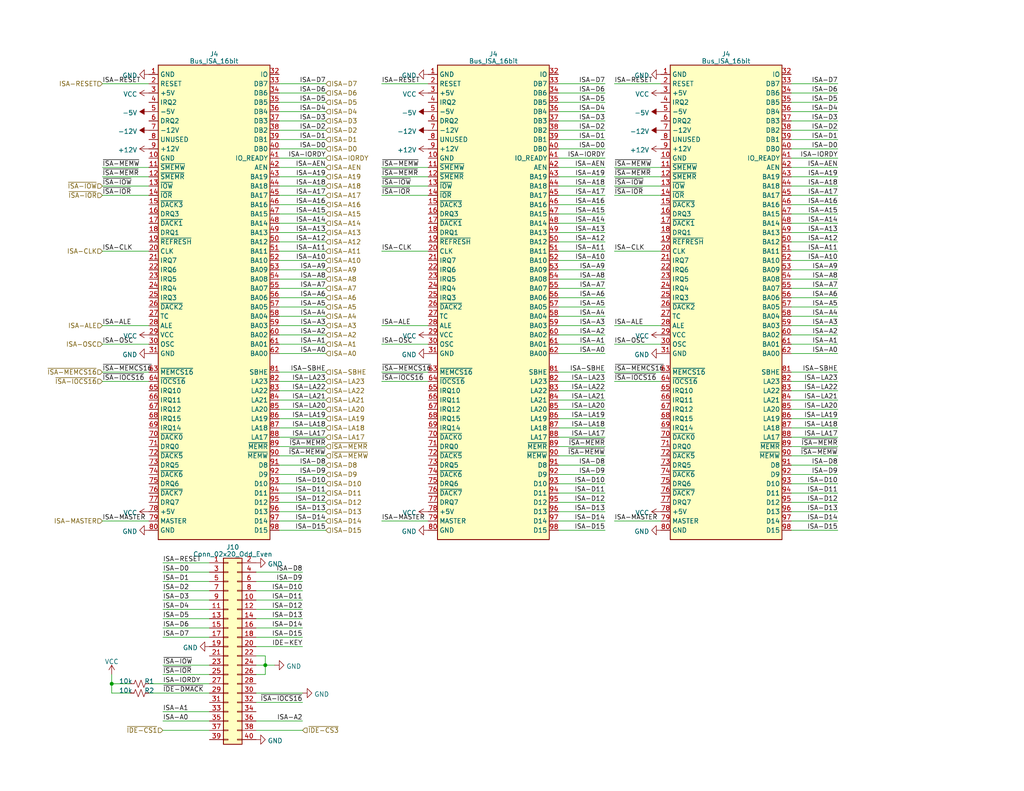
<source format=kicad_sch>
(kicad_sch (version 20230121) (generator eeschema)
  (paper "USLetter")
  (title_block (title "Wrap030 ITX") (date "2023-03-15") (rev "0") (company "techav"))
  (lib_symbols
    (symbol "Connector:Bus_ISA_16bit"
      (property "Reference" "J" (at 0 67.945 0))
      (property "Value" "Bus_ISA_16bit" (at 0 -65.405 0))
      (symbol "Bus_ISA_16bit_0_1"
        (rectangle (start -15.24 -63.5) (end 15.24 66.04) (stroke (width 0.254)) (fill (type background)))
      )
      (symbol "Bus_ISA_16bit_1_1"
        (pin power_in line (at -17.78 63.5 0) (length 2.54) (name "GND") (number "1"))
        (pin power_in line (at -17.78 40.64 0) (length 2.54) (name "GND") (number "10"))
        (pin output line (at -17.78 38.1 0) (length 2.54) (name "~{SMEMW}") (number "11"))
        (pin output line (at -17.78 35.56 0) (length 2.54) (name "~{SMEMR}") (number "12"))
        (pin output line (at -17.78 33.02 0) (length 2.54) (name "~{IOW}") (number "13"))
        (pin output line (at -17.78 30.48 0) (length 2.54) (name "~{IOR}") (number "14"))
        (pin passive line (at -17.78 27.94 0) (length 2.54) (name "~{DACK3}") (number "15"))
        (pin passive line (at -17.78 25.4 0) (length 2.54) (name "DRQ3") (number "16"))
        (pin passive line (at -17.78 22.86 0) (length 2.54) (name "~{DACK1}") (number "17"))
        (pin passive line (at -17.78 20.32 0) (length 2.54) (name "DRQ1") (number "18"))
        (pin passive line (at -17.78 17.78 0) (length 2.54) (name "~{REFRESH}") (number "19"))
        (pin output line (at -17.78 60.96 0) (length 2.54) (name "RESET") (number "2"))
        (pin output line (at -17.78 15.24 0) (length 2.54) (name "CLK") (number "20"))
        (pin passive line (at -17.78 12.7 0) (length 2.54) (name "IRQ7") (number "21"))
        (pin passive line (at -17.78 10.16 0) (length 2.54) (name "IRQ6") (number "22"))
        (pin passive line (at -17.78 7.62 0) (length 2.54) (name "IRQ5") (number "23"))
        (pin passive line (at -17.78 5.08 0) (length 2.54) (name "IRQ4") (number "24"))
        (pin passive line (at -17.78 2.54 0) (length 2.54) (name "IRQ3") (number "25"))
        (pin passive line (at -17.78 0 0) (length 2.54) (name "~{DACK2}") (number "26"))
        (pin passive line (at -17.78 -2.54 0) (length 2.54) (name "TC") (number "27"))
        (pin output line (at -17.78 -5.08 0) (length 2.54) (name "ALE") (number "28"))
        (pin power_in line (at -17.78 -7.62 0) (length 2.54) (name "VCC") (number "29"))
        (pin power_in line (at -17.78 58.42 0) (length 2.54) (name "+5V") (number "3"))
        (pin output line (at -17.78 -10.16 0) (length 2.54) (name "OSC") (number "30"))
        (pin power_in line (at -17.78 -12.7 0) (length 2.54) (name "GND") (number "31"))
        (pin passive line (at 17.78 63.5 180) (length 2.54) (name "IO") (number "32"))
        (pin tri_state line (at 17.78 60.96 180) (length 2.54) (name "DB7") (number "33"))
        (pin tri_state line (at 17.78 58.42 180) (length 2.54) (name "DB6") (number "34"))
        (pin tri_state line (at 17.78 55.88 180) (length 2.54) (name "DB5") (number "35"))
        (pin tri_state line (at 17.78 53.34 180) (length 2.54) (name "DB4") (number "36"))
        (pin tri_state line (at 17.78 50.8 180) (length 2.54) (name "DB3") (number "37"))
        (pin tri_state line (at 17.78 48.26 180) (length 2.54) (name "DB2") (number "38"))
        (pin tri_state line (at 17.78 45.72 180) (length 2.54) (name "DB1") (number "39"))
        (pin passive line (at -17.78 55.88 0) (length 2.54) (name "IRQ2") (number "4"))
        (pin tri_state line (at 17.78 43.18 180) (length 2.54) (name "DB0") (number "40"))
        (pin passive line (at 17.78 40.64 180) (length 2.54) (name "IO_READY") (number "41"))
        (pin output line (at 17.78 38.1 180) (length 2.54) (name "AEN") (number "42"))
        (pin tri_state line (at 17.78 35.56 180) (length 2.54) (name "BA19") (number "43"))
        (pin tri_state line (at 17.78 33.02 180) (length 2.54) (name "BA18") (number "44"))
        (pin tri_state line (at 17.78 30.48 180) (length 2.54) (name "BA17") (number "45"))
        (pin tri_state line (at 17.78 27.94 180) (length 2.54) (name "BA16") (number "46"))
        (pin tri_state line (at 17.78 25.4 180) (length 2.54) (name "BA15") (number "47"))
        (pin tri_state line (at 17.78 22.86 180) (length 2.54) (name "BA14") (number "48"))
        (pin tri_state line (at 17.78 20.32 180) (length 2.54) (name "BA13") (number "49"))
        (pin power_in line (at -17.78 53.34 0) (length 2.54) (name "-5V") (number "5"))
        (pin tri_state line (at 17.78 17.78 180) (length 2.54) (name "BA12") (number "50"))
        (pin tri_state line (at 17.78 15.24 180) (length 2.54) (name "BA11") (number "51"))
        (pin tri_state line (at 17.78 12.7 180) (length 2.54) (name "BA10") (number "52"))
        (pin tri_state line (at 17.78 10.16 180) (length 2.54) (name "BA09") (number "53"))
        (pin tri_state line (at 17.78 7.62 180) (length 2.54) (name "BA08") (number "54"))
        (pin tri_state line (at 17.78 5.08 180) (length 2.54) (name "BA07") (number "55"))
        (pin tri_state line (at 17.78 2.54 180) (length 2.54) (name "BA06") (number "56"))
        (pin tri_state line (at 17.78 0 180) (length 2.54) (name "BA05") (number "57"))
        (pin tri_state line (at 17.78 -2.54 180) (length 2.54) (name "BA04") (number "58"))
        (pin tri_state line (at 17.78 -5.08 180) (length 2.54) (name "BA03") (number "59"))
        (pin passive line (at -17.78 50.8 0) (length 2.54) (name "DRQ2") (number "6"))
        (pin tri_state line (at 17.78 -7.62 180) (length 2.54) (name "BA02") (number "60"))
        (pin tri_state line (at 17.78 -10.16 180) (length 2.54) (name "BA01") (number "61"))
        (pin tri_state line (at 17.78 -12.7 180) (length 2.54) (name "BA00") (number "62"))
        (pin passive line (at -17.78 -17.78 0) (length 2.54) (name "~{MEMCS16}") (number "63"))
        (pin passive line (at -17.78 -20.32 0) (length 2.54) (name "~{IOCS16}") (number "64"))
        (pin passive line (at -17.78 -22.86 0) (length 2.54) (name "IRQ10") (number "65"))
        (pin passive line (at -17.78 -25.4 0) (length 2.54) (name "IRQ11") (number "66"))
        (pin passive line (at -17.78 -27.94 0) (length 2.54) (name "IRQ12") (number "67"))
        (pin passive line (at -17.78 -30.48 0) (length 2.54) (name "IRQ15") (number "68"))
        (pin passive line (at -17.78 -33.02 0) (length 2.54) (name "IRQ14") (number "69"))
        (pin power_in line (at -17.78 48.26 0) (length 2.54) (name "-12V") (number "7"))
        (pin output line (at -17.78 -35.56 0) (length 2.54) (name "~{DACK0}") (number "70"))
        (pin passive line (at -17.78 -38.1 0) (length 2.54) (name "DRQ0") (number "71"))
        (pin output line (at -17.78 -40.64 0) (length 2.54) (name "~{DACK5}") (number "72"))
        (pin passive line (at -17.78 -43.18 0) (length 2.54) (name "DRQ5") (number "73"))
        (pin output line (at -17.78 -45.72 0) (length 2.54) (name "~{DACK6}") (number "74"))
        (pin passive line (at -17.78 -48.26 0) (length 2.54) (name "DRQ6") (number "75"))
        (pin output line (at -17.78 -50.8 0) (length 2.54) (name "~{DACK7}") (number "76"))
        (pin passive line (at -17.78 -53.34 0) (length 2.54) (name "DRQ7") (number "77"))
        (pin power_in line (at -17.78 -55.88 0) (length 2.54) (name "+5V") (number "78"))
        (pin passive line (at -17.78 -58.42 0) (length 2.54) (name "MASTER") (number "79"))
        (pin passive line (at -17.78 45.72 0) (length 2.54) (name "UNUSED") (number "8"))
        (pin power_in line (at -17.78 -60.96 0) (length 2.54) (name "GND") (number "80"))
        (pin passive line (at 17.78 -17.78 180) (length 2.54) (name "SBHE") (number "81"))
        (pin passive line (at 17.78 -20.32 180) (length 2.54) (name "LA23") (number "82"))
        (pin passive line (at 17.78 -22.86 180) (length 2.54) (name "LA22") (number "83"))
        (pin passive line (at 17.78 -25.4 180) (length 2.54) (name "LA21") (number "84"))
        (pin passive line (at 17.78 -27.94 180) (length 2.54) (name "LA20") (number "85"))
        (pin passive line (at 17.78 -30.48 180) (length 2.54) (name "LA19") (number "86"))
        (pin passive line (at 17.78 -33.02 180) (length 2.54) (name "LA18") (number "87"))
        (pin passive line (at 17.78 -35.56 180) (length 2.54) (name "LA17") (number "88"))
        (pin output line (at 17.78 -38.1 180) (length 2.54) (name "~{MEMR}") (number "89"))
        (pin power_in line (at -17.78 43.18 0) (length 2.54) (name "+12V") (number "9"))
        (pin output line (at 17.78 -40.64 180) (length 2.54) (name "~{MEMW}") (number "90"))
        (pin tri_state line (at 17.78 -43.18 180) (length 2.54) (name "D8") (number "91"))
        (pin tri_state line (at 17.78 -45.72 180) (length 2.54) (name "D9") (number "92"))
        (pin tri_state line (at 17.78 -48.26 180) (length 2.54) (name "D10") (number "93"))
        (pin tri_state line (at 17.78 -50.8 180) (length 2.54) (name "D11") (number "94"))
        (pin tri_state line (at 17.78 -53.34 180) (length 2.54) (name "D12") (number "95"))
        (pin tri_state line (at 17.78 -55.88 180) (length 2.54) (name "D13") (number "96"))
        (pin tri_state line (at 17.78 -58.42 180) (length 2.54) (name "D14") (number "97"))
        (pin tri_state line (at 17.78 -60.96 180) (length 2.54) (name "D15") (number "98"))
      )
    )
    (symbol "Connector_Generic:Conn_02x20_Odd_Even" (pin_names (offset 1.016) hide)
      (property "Reference" "J" (at 1.27 25.4 0))
      (property "Value" "Conn_02x20_Odd_Even" (at 1.27 -27.94 0))
      (symbol "Conn_02x20_Odd_Even_1_1"
        (rectangle (start -1.27 -25.273) (end 0 -25.527) (stroke (width 0.1524)))
        (rectangle (start -1.27 -22.733) (end 0 -22.987) (stroke (width 0.1524)))
        (rectangle (start -1.27 -20.193) (end 0 -20.447) (stroke (width 0.1524)))
        (rectangle (start -1.27 -17.653) (end 0 -17.907) (stroke (width 0.1524)))
        (rectangle (start -1.27 -15.113) (end 0 -15.367) (stroke (width 0.1524)))
        (rectangle (start -1.27 -12.573) (end 0 -12.827) (stroke (width 0.1524)))
        (rectangle (start -1.27 -10.033) (end 0 -10.287) (stroke (width 0.1524)))
        (rectangle (start -1.27 -7.493) (end 0 -7.747) (stroke (width 0.1524)))
        (rectangle (start -1.27 -4.953) (end 0 -5.207) (stroke (width 0.1524)))
        (rectangle (start -1.27 -2.413) (end 0 -2.667) (stroke (width 0.1524)))
        (rectangle (start -1.27 0.127) (end 0 -0.127) (stroke (width 0.1524)))
        (rectangle (start -1.27 2.667) (end 0 2.413) (stroke (width 0.1524)))
        (rectangle (start -1.27 5.207) (end 0 4.953) (stroke (width 0.1524)))
        (rectangle (start -1.27 7.747) (end 0 7.493) (stroke (width 0.1524)))
        (rectangle (start -1.27 10.287) (end 0 10.033) (stroke (width 0.1524)))
        (rectangle (start -1.27 12.827) (end 0 12.573) (stroke (width 0.1524)))
        (rectangle (start -1.27 15.367) (end 0 15.113) (stroke (width 0.1524)))
        (rectangle (start -1.27 17.907) (end 0 17.653) (stroke (width 0.1524)))
        (rectangle (start -1.27 20.447) (end 0 20.193) (stroke (width 0.1524)))
        (rectangle (start -1.27 22.987) (end 0 22.733) (stroke (width 0.1524)))
        (rectangle (start -1.27 24.13) (end 3.81 -26.67) (stroke (width 0.254)) (fill (type background)))
        (rectangle (start 3.81 -25.273) (end 2.54 -25.527) (stroke (width 0.1524)))
        (rectangle (start 3.81 -22.733) (end 2.54 -22.987) (stroke (width 0.1524)))
        (rectangle (start 3.81 -20.193) (end 2.54 -20.447) (stroke (width 0.1524)))
        (rectangle (start 3.81 -17.653) (end 2.54 -17.907) (stroke (width 0.1524)))
        (rectangle (start 3.81 -15.113) (end 2.54 -15.367) (stroke (width 0.1524)))
        (rectangle (start 3.81 -12.573) (end 2.54 -12.827) (stroke (width 0.1524)))
        (rectangle (start 3.81 -10.033) (end 2.54 -10.287) (stroke (width 0.1524)))
        (rectangle (start 3.81 -7.493) (end 2.54 -7.747) (stroke (width 0.1524)))
        (rectangle (start 3.81 -4.953) (end 2.54 -5.207) (stroke (width 0.1524)))
        (rectangle (start 3.81 -2.413) (end 2.54 -2.667) (stroke (width 0.1524)))
        (rectangle (start 3.81 0.127) (end 2.54 -0.127) (stroke (width 0.1524)))
        (rectangle (start 3.81 2.667) (end 2.54 2.413) (stroke (width 0.1524)))
        (rectangle (start 3.81 5.207) (end 2.54 4.953) (stroke (width 0.1524)))
        (rectangle (start 3.81 7.747) (end 2.54 7.493) (stroke (width 0.1524)))
        (rectangle (start 3.81 10.287) (end 2.54 10.033) (stroke (width 0.1524)))
        (rectangle (start 3.81 12.827) (end 2.54 12.573) (stroke (width 0.1524)))
        (rectangle (start 3.81 15.367) (end 2.54 15.113) (stroke (width 0.1524)))
        (rectangle (start 3.81 17.907) (end 2.54 17.653) (stroke (width 0.1524)))
        (rectangle (start 3.81 20.447) (end 2.54 20.193) (stroke (width 0.1524)))
        (rectangle (start 3.81 22.987) (end 2.54 22.733) (stroke (width 0.1524)))
        (pin passive line (at -5.08 22.86 0) (length 3.81) (name "Pin_1") (number "1"))
        (pin passive line (at 7.62 12.7 180) (length 3.81) (name "Pin_10") (number "10"))
        (pin passive line (at -5.08 10.16 0) (length 3.81) (name "Pin_11") (number "11"))
        (pin passive line (at 7.62 10.16 180) (length 3.81) (name "Pin_12") (number "12"))
        (pin passive line (at -5.08 7.62 0) (length 3.81) (name "Pin_13") (number "13"))
        (pin passive line (at 7.62 7.62 180) (length 3.81) (name "Pin_14") (number "14"))
        (pin passive line (at -5.08 5.08 0) (length 3.81) (name "Pin_15") (number "15"))
        (pin passive line (at 7.62 5.08 180) (length 3.81) (name "Pin_16") (number "16"))
        (pin passive line (at -5.08 2.54 0) (length 3.81) (name "Pin_17") (number "17"))
        (pin passive line (at 7.62 2.54 180) (length 3.81) (name "Pin_18") (number "18"))
        (pin passive line (at -5.08 0 0) (length 3.81) (name "Pin_19") (number "19"))
        (pin passive line (at 7.62 22.86 180) (length 3.81) (name "Pin_2") (number "2"))
        (pin passive line (at 7.62 0 180) (length 3.81) (name "Pin_20") (number "20"))
        (pin passive line (at -5.08 -2.54 0) (length 3.81) (name "Pin_21") (number "21"))
        (pin passive line (at 7.62 -2.54 180) (length 3.81) (name "Pin_22") (number "22"))
        (pin passive line (at -5.08 -5.08 0) (length 3.81) (name "Pin_23") (number "23"))
        (pin passive line (at 7.62 -5.08 180) (length 3.81) (name "Pin_24") (number "24"))
        (pin passive line (at -5.08 -7.62 0) (length 3.81) (name "Pin_25") (number "25"))
        (pin passive line (at 7.62 -7.62 180) (length 3.81) (name "Pin_26") (number "26"))
        (pin passive line (at -5.08 -10.16 0) (length 3.81) (name "Pin_27") (number "27"))
        (pin passive line (at 7.62 -10.16 180) (length 3.81) (name "Pin_28") (number "28"))
        (pin passive line (at -5.08 -12.7 0) (length 3.81) (name "Pin_29") (number "29"))
        (pin passive line (at -5.08 20.32 0) (length 3.81) (name "Pin_3") (number "3"))
        (pin passive line (at 7.62 -12.7 180) (length 3.81) (name "Pin_30") (number "30"))
        (pin passive line (at -5.08 -15.24 0) (length 3.81) (name "Pin_31") (number "31"))
        (pin passive line (at 7.62 -15.24 180) (length 3.81) (name "Pin_32") (number "32"))
        (pin passive line (at -5.08 -17.78 0) (length 3.81) (name "Pin_33") (number "33"))
        (pin passive line (at 7.62 -17.78 180) (length 3.81) (name "Pin_34") (number "34"))
        (pin passive line (at -5.08 -20.32 0) (length 3.81) (name "Pin_35") (number "35"))
        (pin passive line (at 7.62 -20.32 180) (length 3.81) (name "Pin_36") (number "36"))
        (pin passive line (at -5.08 -22.86 0) (length 3.81) (name "Pin_37") (number "37"))
        (pin passive line (at 7.62 -22.86 180) (length 3.81) (name "Pin_38") (number "38"))
        (pin passive line (at -5.08 -25.4 0) (length 3.81) (name "Pin_39") (number "39"))
        (pin passive line (at 7.62 20.32 180) (length 3.81) (name "Pin_4") (number "4"))
        (pin passive line (at 7.62 -25.4 180) (length 3.81) (name "Pin_40") (number "40"))
        (pin passive line (at -5.08 17.78 0) (length 3.81) (name "Pin_5") (number "5"))
        (pin passive line (at 7.62 17.78 180) (length 3.81) (name "Pin_6") (number "6"))
        (pin passive line (at -5.08 15.24 0) (length 3.81) (name "Pin_7") (number "7"))
        (pin passive line (at 7.62 15.24 180) (length 3.81) (name "Pin_8") (number "8"))
        (pin passive line (at -5.08 12.7 0) (length 3.81) (name "Pin_9") (number "9"))
      )
    )
    (symbol "Device:R_Small_US" (pin_numbers hide) (pin_names (offset 0.254) hide)
      (property "Reference" "R" (at 0.762 0.508 0))
      (property "Value" "R_Small_US" (at 0.762 -1.016 0))
      (symbol "R_Small_US_1_1"
        (polyline (pts (xy 0 0) (xy 1.016 -0.381) (xy 0 -0.762) (xy -1.016 -1.143) (xy 0 -1.524)))
        (polyline (pts (xy 0 1.524) (xy 1.016 1.143) (xy 0 0.762) (xy -1.016 0.381) (xy 0 0)))
        (pin passive line (at 0 2.54 270) (length 1.016) (name "~") (number "1"))
        (pin passive line (at 0 -2.54 90) (length 1.016) (name "~") (number "2"))
      )
    )
    (symbol "power:+12V" (power) (pin_names (offset 0))
      (property "Value" "+12V" (at 0 3.556 0))
      (symbol "+12V_0_1"
        (polyline (pts (xy -0.762 1.27) (xy 0 2.54)))
        (polyline (pts (xy 0 0) (xy 0 2.54)))
        (polyline (pts (xy 0 2.54) (xy 0.762 1.27)))
      )
      (symbol "+12V_1_1"
        (pin power_in line (at 0 0 90) (length 0) hide (name "+12V") (number "1"))
      )
    )
    (symbol "power:-12V" (power) (pin_names (offset 0))
      (property "Value" "-12V" (at 0 3.81 0))
      (symbol "-12V_0_0"
        (pin power_in line (at 0 0 90) (length 0) hide (name "-12V") (number "1"))
      )
      (symbol "-12V_0_1"
        (polyline (pts (xy 0 0) (xy 0 1.27) (xy 0.762 1.27) (xy 0 2.54) (xy -0.762 1.27) (xy 0 1.27)) (fill (type outline)))
      )
    )
    (symbol "power:-5V" (power) (pin_names (offset 0))
      (property "Value" "-5V" (at 0 3.81 0))
      (symbol "-5V_0_0"
        (pin power_in line (at 0 0 90) (length 0) hide (name "-5V") (number "1"))
      )
      (symbol "-5V_0_1"
        (polyline (pts (xy 0 0) (xy 0 1.27) (xy 0.762 1.27) (xy 0 2.54) (xy -0.762 1.27) (xy 0 1.27)) (fill (type outline)))
      )
    )
    (symbol "power:GND" (power) (pin_names (offset 0))
      (property "Value" "GND" (at 0 -3.81 0))
      (symbol "GND_0_1"
        (polyline (pts (xy 0 0) (xy 0 -1.27) (xy 1.27 -1.27) (xy 0 -2.54) (xy -1.27 -1.27) (xy 0 -1.27)))
      )
      (symbol "GND_1_1"
        (pin power_in line (at 0 0 270) (length 0) hide (name "GND") (number "1"))
      )
    )
    (symbol "power:VCC" (power) (pin_names (offset 0))
      (property "Value" "VCC" (at 0 3.81 0))
      (symbol "VCC_0_1"
        (polyline (pts (xy -0.762 1.27) (xy 0 2.54)))
        (polyline (pts (xy 0 0) (xy 0 2.54)))
        (polyline (pts (xy 0 2.54) (xy 0.762 1.27)))
      )
      (symbol "VCC_1_1"
        (pin power_in line (at 0 0 90) (length 0) hide (name "VCC") (number "1"))
      )
    )
  )
  (junction (at 72.39 181.61))
  (junction (at 30.48 186.69))
  (wire (pts (xy 69.85 156.21) (xy 82.55 156.21)))
  (wire (pts (xy 76.2 111.76) (xy 88.9 111.76)))
  (wire (pts (xy 76.2 76.2) (xy 88.9 76.2)))
  (wire (pts (xy 167.64 50.8) (xy 180.34 50.8)))
  (wire (pts (xy 215.9 55.88) (xy 228.6 55.88)))
  (wire (pts (xy 152.4 137.16) (xy 165.1 137.16)))
  (wire (pts (xy 152.4 86.36) (xy 165.1 86.36)))
  (wire (pts (xy 152.4 119.38) (xy 165.1 119.38)))
  (wire (pts (xy 76.2 45.72) (xy 88.9 45.72)))
  (wire (pts (xy 57.15 196.85) (xy 44.45 196.85)))
  (wire (pts (xy 76.2 116.84) (xy 88.9 116.84)))
  (wire (pts (xy 27.94 93.98) (xy 40.64 93.98)))
  (wire (pts (xy 152.4 53.34) (xy 165.1 53.34)))
  (wire (pts (xy 215.9 104.14) (xy 228.6 104.14)))
  (wire (pts (xy 76.2 114.3) (xy 88.9 114.3)))
  (wire (pts (xy 152.4 22.86) (xy 165.1 22.86)))
  (wire (pts (xy 167.64 104.14) (xy 180.34 104.14)))
  (wire (pts (xy 215.9 121.92) (xy 228.6 121.92)))
  (wire (pts (xy 76.2 106.68) (xy 88.9 106.68)))
  (wire (pts (xy 167.64 48.26) (xy 180.34 48.26)))
  (wire (pts (xy 27.94 104.14) (xy 40.64 104.14)))
  (wire (pts (xy 152.4 68.58) (xy 165.1 68.58)))
  (wire (pts (xy 215.9 60.96) (xy 228.6 60.96)))
  (wire (pts (xy 215.9 27.94) (xy 228.6 27.94)))
  (wire (pts (xy 76.2 50.8) (xy 88.9 50.8)))
  (wire (pts (xy 167.64 88.9) (xy 180.34 88.9)))
  (wire (pts (xy 215.9 144.78) (xy 228.6 144.78)))
  (wire (pts (xy 215.9 73.66) (xy 228.6 73.66)))
  (wire (pts (xy 152.4 58.42) (xy 165.1 58.42)))
  (wire (pts (xy 215.9 114.3) (xy 228.6 114.3)))
  (wire (pts (xy 152.4 48.26) (xy 165.1 48.26)))
  (wire (pts (xy 215.9 68.58) (xy 228.6 68.58)))
  (wire (pts (xy 167.64 45.72) (xy 180.34 45.72)))
  (wire (pts (xy 76.2 66.04) (xy 88.9 66.04)))
  (wire (pts (xy 152.4 71.12) (xy 165.1 71.12)))
  (wire (pts (xy 44.45 153.67) (xy 57.15 153.67)))
  (wire (pts (xy 152.4 109.22) (xy 165.1 109.22)))
  (wire (pts (xy 104.14 48.26) (xy 116.84 48.26)))
  (wire (pts (xy 152.4 144.78) (xy 165.1 144.78)))
  (wire (pts (xy 57.15 171.45) (xy 44.45 171.45)))
  (wire (pts (xy 27.94 142.24) (xy 40.64 142.24)))
  (wire (pts (xy 76.2 63.5) (xy 88.9 63.5)))
  (wire (pts (xy 215.9 45.72) (xy 228.6 45.72)))
  (wire (pts (xy 76.2 132.08) (xy 88.9 132.08)))
  (wire (pts (xy 27.94 68.58) (xy 40.64 68.58)))
  (wire (pts (xy 44.45 184.15) (xy 57.15 184.15)))
  (wire (pts (xy 69.85 168.91) (xy 82.55 168.91)))
  (wire (pts (xy 76.2 40.64) (xy 88.9 40.64)))
  (wire (pts (xy 152.4 50.8) (xy 165.1 50.8)))
  (wire (pts (xy 215.9 91.44) (xy 228.6 91.44)))
  (wire (pts (xy 152.4 134.62) (xy 165.1 134.62)))
  (wire (pts (xy 27.94 22.86) (xy 40.64 22.86)))
  (wire (pts (xy 104.14 104.14) (xy 116.84 104.14)))
  (wire (pts (xy 76.2 55.88) (xy 88.9 55.88)))
  (wire (pts (xy 76.2 91.44) (xy 88.9 91.44)))
  (wire (pts (xy 215.9 30.48) (xy 228.6 30.48)))
  (wire (pts (xy 30.48 186.69) (xy 35.56 186.69)))
  (wire (pts (xy 152.4 139.7) (xy 165.1 139.7)))
  (wire (pts (xy 215.9 25.4) (xy 228.6 25.4)))
  (wire (pts (xy 215.9 22.86) (xy 228.6 22.86)))
  (wire (pts (xy 152.4 78.74) (xy 165.1 78.74)))
  (wire (pts (xy 69.85 176.53) (xy 82.55 176.53)))
  (wire (pts (xy 152.4 111.76) (xy 165.1 111.76)))
  (wire (pts (xy 152.4 96.52) (xy 165.1 96.52)))
  (wire (pts (xy 152.4 91.44) (xy 165.1 91.44)))
  (wire (pts (xy 76.2 78.74) (xy 88.9 78.74)))
  (wire (pts (xy 215.9 142.24) (xy 228.6 142.24)))
  (wire (pts (xy 76.2 58.42) (xy 88.9 58.42)))
  (wire (pts (xy 69.85 184.15) (xy 72.39 184.15)))
  (wire (pts (xy 215.9 66.04) (xy 228.6 66.04)))
  (wire (pts (xy 69.85 179.07) (xy 72.39 179.07)))
  (wire (pts (xy 40.64 189.23) (xy 57.15 189.23)))
  (wire (pts (xy 152.4 55.88) (xy 165.1 55.88)))
  (wire (pts (xy 152.4 106.68) (xy 165.1 106.68)))
  (wire (pts (xy 215.9 40.64) (xy 228.6 40.64)))
  (wire (pts (xy 82.55 191.77) (xy 69.85 191.77)))
  (wire (pts (xy 69.85 171.45) (xy 82.55 171.45)))
  (wire (pts (xy 57.15 158.75) (xy 44.45 158.75)))
  (wire (pts (xy 167.64 68.58) (xy 180.34 68.58)))
  (wire (pts (xy 69.85 196.85) (xy 82.55 196.85)))
  (wire (pts (xy 27.94 45.72) (xy 40.64 45.72)))
  (wire (pts (xy 215.9 35.56) (xy 228.6 35.56)))
  (wire (pts (xy 215.9 71.12) (xy 228.6 71.12)))
  (wire (pts (xy 104.14 93.98) (xy 116.84 93.98)))
  (wire (pts (xy 76.2 144.78) (xy 88.9 144.78)))
  (wire (pts (xy 69.85 199.39) (xy 82.55 199.39)))
  (wire (pts (xy 152.4 114.3) (xy 165.1 114.3)))
  (wire (pts (xy 152.4 142.24) (xy 165.1 142.24)))
  (wire (pts (xy 215.9 88.9) (xy 228.6 88.9)))
  (wire (pts (xy 76.2 109.22) (xy 88.9 109.22)))
  (wire (pts (xy 76.2 127) (xy 88.9 127)))
  (wire (pts (xy 215.9 101.6) (xy 228.6 101.6)))
  (wire (pts (xy 27.94 88.9) (xy 40.64 88.9)))
  (wire (pts (xy 215.9 137.16) (xy 228.6 137.16)))
  (wire (pts (xy 76.2 101.6) (xy 88.9 101.6)))
  (wire (pts (xy 69.85 158.75) (xy 82.55 158.75)))
  (wire (pts (xy 152.4 83.82) (xy 165.1 83.82)))
  (wire (pts (xy 152.4 30.48) (xy 165.1 30.48)))
  (wire (pts (xy 215.9 116.84) (xy 228.6 116.84)))
  (wire (pts (xy 152.4 45.72) (xy 165.1 45.72)))
  (wire (pts (xy 76.2 93.98) (xy 88.9 93.98)))
  (wire (pts (xy 152.4 93.98) (xy 165.1 93.98)))
  (wire (pts (xy 76.2 22.86) (xy 88.9 22.86)))
  (wire (pts (xy 27.94 50.8) (xy 40.64 50.8)))
  (wire (pts (xy 30.48 184.15) (xy 30.48 186.69)))
  (wire (pts (xy 57.15 173.99) (xy 44.45 173.99)))
  (wire (pts (xy 152.4 104.14) (xy 165.1 104.14)))
  (wire (pts (xy 215.9 93.98) (xy 228.6 93.98)))
  (wire (pts (xy 104.14 101.6) (xy 116.84 101.6)))
  (wire (pts (xy 76.2 27.94) (xy 88.9 27.94)))
  (wire (pts (xy 76.2 53.34) (xy 88.9 53.34)))
  (wire (pts (xy 215.9 96.52) (xy 228.6 96.52)))
  (wire (pts (xy 215.9 132.08) (xy 228.6 132.08)))
  (wire (pts (xy 76.2 81.28) (xy 88.9 81.28)))
  (wire (pts (xy 152.4 63.5) (xy 165.1 63.5)))
  (wire (pts (xy 215.9 129.54) (xy 228.6 129.54)))
  (wire (pts (xy 104.14 53.34) (xy 116.84 53.34)))
  (wire (pts (xy 76.2 124.46) (xy 88.9 124.46)))
  (wire (pts (xy 27.94 53.34) (xy 40.64 53.34)))
  (wire (pts (xy 76.2 142.24) (xy 88.9 142.24)))
  (wire (pts (xy 152.4 40.64) (xy 165.1 40.64)))
  (wire (pts (xy 215.9 106.68) (xy 228.6 106.68)))
  (wire (pts (xy 30.48 186.69) (xy 30.48 189.23)))
  (wire (pts (xy 215.9 43.18) (xy 228.6 43.18)))
  (wire (pts (xy 76.2 35.56) (xy 88.9 35.56)))
  (wire (pts (xy 215.9 83.82) (xy 228.6 83.82)))
  (wire (pts (xy 152.4 124.46) (xy 165.1 124.46)))
  (wire (pts (xy 40.64 186.69) (xy 57.15 186.69)))
  (wire (pts (xy 76.2 119.38) (xy 88.9 119.38)))
  (wire (pts (xy 152.4 60.96) (xy 165.1 60.96)))
  (wire (pts (xy 152.4 121.92) (xy 165.1 121.92)))
  (wire (pts (xy 152.4 43.18) (xy 165.1 43.18)))
  (wire (pts (xy 167.64 22.86) (xy 180.34 22.86)))
  (wire (pts (xy 152.4 73.66) (xy 165.1 73.66)))
  (wire (pts (xy 76.2 137.16) (xy 88.9 137.16)))
  (wire (pts (xy 152.4 25.4) (xy 165.1 25.4)))
  (wire (pts (xy 27.94 101.6) (xy 40.64 101.6)))
  (wire (pts (xy 104.14 68.58) (xy 116.84 68.58)))
  (wire (pts (xy 76.2 83.82) (xy 88.9 83.82)))
  (wire (pts (xy 76.2 129.54) (xy 88.9 129.54)))
  (wire (pts (xy 215.9 124.46) (xy 228.6 124.46)))
  (wire (pts (xy 44.45 181.61) (xy 57.15 181.61)))
  (wire (pts (xy 76.2 30.48) (xy 88.9 30.48)))
  (wire (pts (xy 76.2 48.26) (xy 88.9 48.26)))
  (wire (pts (xy 215.9 78.74) (xy 228.6 78.74)))
  (wire (pts (xy 76.2 88.9) (xy 88.9 88.9)))
  (wire (pts (xy 215.9 81.28) (xy 228.6 81.28)))
  (wire (pts (xy 27.94 48.26) (xy 40.64 48.26)))
  (wire (pts (xy 152.4 33.02) (xy 165.1 33.02)))
  (wire (pts (xy 69.85 173.99) (xy 82.55 173.99)))
  (wire (pts (xy 167.64 53.34) (xy 180.34 53.34)))
  (wire (pts (xy 57.15 166.37) (xy 44.45 166.37)))
  (wire (pts (xy 72.39 179.07) (xy 72.39 181.61)))
  (wire (pts (xy 44.45 199.39) (xy 57.15 199.39)))
  (wire (pts (xy 215.9 119.38) (xy 228.6 119.38)))
  (wire (pts (xy 152.4 127) (xy 165.1 127)))
  (wire (pts (xy 104.14 142.24) (xy 116.84 142.24)))
  (wire (pts (xy 76.2 139.7) (xy 88.9 139.7)))
  (wire (pts (xy 152.4 38.1) (xy 165.1 38.1)))
  (wire (pts (xy 167.64 93.98) (xy 180.34 93.98)))
  (wire (pts (xy 69.85 166.37) (xy 82.55 166.37)))
  (wire (pts (xy 152.4 35.56) (xy 165.1 35.56)))
  (wire (pts (xy 104.14 22.86) (xy 116.84 22.86)))
  (wire (pts (xy 215.9 50.8) (xy 228.6 50.8)))
  (wire (pts (xy 76.2 43.18) (xy 88.9 43.18)))
  (wire (pts (xy 76.2 71.12) (xy 88.9 71.12)))
  (wire (pts (xy 215.9 58.42) (xy 228.6 58.42)))
  (wire (pts (xy 104.14 50.8) (xy 116.84 50.8)))
  (wire (pts (xy 152.4 129.54) (xy 165.1 129.54)))
  (wire (pts (xy 215.9 139.7) (xy 228.6 139.7)))
  (wire (pts (xy 152.4 101.6) (xy 165.1 101.6)))
  (wire (pts (xy 76.2 60.96) (xy 88.9 60.96)))
  (wire (pts (xy 57.15 194.31) (xy 44.45 194.31)))
  (wire (pts (xy 76.2 68.58) (xy 88.9 68.58)))
  (wire (pts (xy 152.4 27.94) (xy 165.1 27.94)))
  (wire (pts (xy 215.9 33.02) (xy 228.6 33.02)))
  (wire (pts (xy 72.39 184.15) (xy 72.39 181.61)))
  (wire (pts (xy 152.4 66.04) (xy 165.1 66.04)))
  (wire (pts (xy 76.2 121.92) (xy 88.9 121.92)))
  (wire (pts (xy 215.9 127) (xy 228.6 127)))
  (wire (pts (xy 30.48 189.23) (xy 35.56 189.23)))
  (wire (pts (xy 215.9 38.1) (xy 228.6 38.1)))
  (wire (pts (xy 152.4 88.9) (xy 165.1 88.9)))
  (wire (pts (xy 76.2 73.66) (xy 88.9 73.66)))
  (wire (pts (xy 167.64 142.24) (xy 180.34 142.24)))
  (wire (pts (xy 104.14 88.9) (xy 116.84 88.9)))
  (wire (pts (xy 72.39 181.61) (xy 74.93 181.61)))
  (wire (pts (xy 215.9 111.76) (xy 228.6 111.76)))
  (wire (pts (xy 76.2 33.02) (xy 88.9 33.02)))
  (wire (pts (xy 215.9 53.34) (xy 228.6 53.34)))
  (wire (pts (xy 82.55 189.23) (xy 69.85 189.23)))
  (wire (pts (xy 215.9 63.5) (xy 228.6 63.5)))
  (wire (pts (xy 69.85 161.29) (xy 82.55 161.29)))
  (wire (pts (xy 215.9 48.26) (xy 228.6 48.26)))
  (wire (pts (xy 76.2 25.4) (xy 88.9 25.4)))
  (wire (pts (xy 76.2 38.1) (xy 88.9 38.1)))
  (wire (pts (xy 69.85 163.83) (xy 82.55 163.83)))
  (wire (pts (xy 104.14 45.72) (xy 116.84 45.72)))
  (wire (pts (xy 152.4 132.08) (xy 165.1 132.08)))
  (wire (pts (xy 57.15 163.83) (xy 44.45 163.83)))
  (wire (pts (xy 152.4 81.28) (xy 165.1 81.28)))
  (wire (pts (xy 76.2 134.62) (xy 88.9 134.62)))
  (wire (pts (xy 215.9 76.2) (xy 228.6 76.2)))
  (wire (pts (xy 215.9 109.22) (xy 228.6 109.22)))
  (wire (pts (xy 57.15 156.21) (xy 44.45 156.21)))
  (wire (pts (xy 215.9 86.36) (xy 228.6 86.36)))
  (wire (pts (xy 152.4 76.2) (xy 165.1 76.2)))
  (wire (pts (xy 76.2 86.36) (xy 88.9 86.36)))
  (wire (pts (xy 57.15 168.91) (xy 44.45 168.91)))
  (wire (pts (xy 76.2 96.52) (xy 88.9 96.52)))
  (wire (pts (xy 215.9 134.62) (xy 228.6 134.62)))
  (wire (pts (xy 167.64 101.6) (xy 180.34 101.6)))
  (wire (pts (xy 152.4 116.84) (xy 165.1 116.84)))
  (wire (pts (xy 69.85 181.61) (xy 72.39 181.61)))
  (wire (pts (xy 76.2 104.14) (xy 88.9 104.14)))
  (wire (pts (xy 57.15 161.29) (xy 44.45 161.29)))
  (label "IDE-KEY" (at 82.55 176.53 180))
  (label "ISA-LA19" (at 165.1 114.3 180))
  (label "ISA-A17" (at 165.1 53.34 180))
  (label "ISA-LA18" (at 165.1 116.84 180))
  (label "ISA-D9" (at 228.6 129.54 180))
  (label "ISA-A0" (at 228.6 96.52 180))
  (label "~{ISA-MEMCS16}" (at 167.64 101.6 0))
  (label "ISA-D12" (at 82.55 166.37 180))
  (label "ISA-D8" (at 228.6 127 180))
  (label "~{ISA-IOW}" (at 44.45 181.61 0))
  (label "ISA-LA17" (at 88.9 119.38 180))
  (label "ISA-A15" (at 165.1 58.42 180))
  (label "ISA-A11" (at 165.1 68.58 180))
  (label "ISA-OSC" (at 104.14 93.98 0))
  (label "ISA-LA22" (at 88.9 106.68 180))
  (label "ISA-D7" (at 165.1 22.86 180))
  (label "~{ISA-MEMCS16}" (at 104.14 101.6 0))
  (label "ISA-MASTER" (at 104.14 142.24 0))
  (label "ISA-A14" (at 228.6 60.96 180))
  (label "~{ISA-IOCS16}" (at 82.55 191.77 180))
  (label "ISA-LA17" (at 228.6 119.38 180))
  (label "ISA-D15" (at 228.6 144.78 180))
  (label "ISA-A2" (at 88.9 91.44 180))
  (label "ISA-A10" (at 88.9 71.12 180))
  (label "ISA-D15" (at 165.1 144.78 180))
  (label "ISA-A18" (at 165.1 50.8 180))
  (label "ISA-D0" (at 165.1 40.64 180))
  (label "ISA-A1" (at 44.45 194.31 0))
  (label "ISA-A2" (at 82.55 196.85 180))
  (label "ISA-D6" (at 44.45 171.45 0))
  (label "ISA-A17" (at 88.9 53.34 180))
  (label "ISA-A16" (at 88.9 55.88 180))
  (label "ISA-LA23" (at 165.1 104.14 180))
  (label "ISA-D4" (at 165.1 30.48 180))
  (label "ISA-RESET" (at 27.94 22.86 0))
  (label "ISA-D15" (at 88.9 144.78 180))
  (label "ISA-D2" (at 44.45 161.29 0))
  (label "ISA-D13" (at 82.55 168.91 180))
  (label "ISA-RESET" (at 167.64 22.86 0))
  (label "ISA-D6" (at 228.6 25.4 180))
  (label "ISA-OSC" (at 27.94 93.98 0))
  (label "ISA-A7" (at 165.1 78.74 180))
  (label "ISA-A3" (at 228.6 88.9 180))
  (label "ISA-MASTER" (at 27.94 142.24 0))
  (label "~{ISA-MEMR}" (at 27.94 48.26 0))
  (label "ISA-LA21" (at 228.6 109.22 180))
  (label "ISA-RESET" (at 44.45 153.67 0))
  (label "ISA-CLK" (at 104.14 68.58 0))
  (label "ISA-OSC" (at 167.64 93.98 0))
  (label "~{ISA-MEMW}" (at 228.6 124.46 180))
  (label "~{ISA-IOCS16}" (at 27.94 104.14 0))
  (label "ISA-AEN" (at 88.9 45.72 180))
  (label "ISA-A2" (at 228.6 91.44 180))
  (label "ISA-A3" (at 165.1 88.9 180))
  (label "ISA-D0" (at 88.9 40.64 180))
  (label "ISA-A13" (at 165.1 63.5 180))
  (label "ISA-D12" (at 165.1 137.16 180))
  (label "~{ISA-IOR}" (at 44.45 184.15 0))
  (label "ISA-SBHE" (at 88.9 101.6 180))
  (label "ISA-A4" (at 228.6 86.36 180))
  (label "ISA-IORDY" (at 44.45 186.69 0))
  (label "ISA-ALE" (at 27.94 88.9 0))
  (label "ISA-D3" (at 44.45 163.83 0))
  (label "ISA-D9" (at 165.1 129.54 180))
  (label "ISA-A1" (at 88.9 93.98 180))
  (label "ISA-LA23" (at 228.6 104.14 180))
  (label "ISA-D1" (at 44.45 158.75 0))
  (label "ISA-A11" (at 88.9 68.58 180))
  (label "ISA-D11" (at 228.6 134.62 180))
  (label "ISA-A0" (at 88.9 96.52 180))
  (label "ISA-D10" (at 165.1 132.08 180))
  (label "~{ISA-IOW}" (at 104.14 50.8 0))
  (label "ISA-D7" (at 228.6 22.86 180))
  (label "ISA-D0" (at 44.45 156.21 0))
  (label "ISA-D5" (at 165.1 27.94 180))
  (label "~{ISA-MEMR}" (at 167.64 48.26 0))
  (label "ISA-IORDY" (at 88.9 43.18 180))
  (label "ISA-D6" (at 88.9 25.4 180))
  (label "ISA-SBHE" (at 165.1 101.6 180))
  (label "ISA-D10" (at 88.9 132.08 180))
  (label "ISA-D3" (at 228.6 33.02 180))
  (label "ISA-A14" (at 165.1 60.96 180))
  (label "ISA-A5" (at 228.6 83.82 180))
  (label "ISA-D5" (at 88.9 27.94 180))
  (label "~{ISA-MEMW}" (at 27.94 45.72 0))
  (label "~{ISA-IOW}" (at 27.94 50.8 0))
  (label "ISA-A5" (at 165.1 83.82 180))
  (label "~{ISA-IOCS16}" (at 167.64 104.14 0))
  (label "ISA-SBHE" (at 228.6 101.6 180))
  (label "ISA-A0" (at 165.1 96.52 180))
  (label "ISA-ALE" (at 167.64 88.9 0))
  (label "ISA-D12" (at 228.6 137.16 180))
  (label "ISA-D11" (at 88.9 134.62 180))
  (label "ISA-D9" (at 82.55 158.75 180))
  (label "ISA-A9" (at 88.9 73.66 180))
  (label "ISA-A6" (at 228.6 81.28 180))
  (label "ISA-LA22" (at 165.1 106.68 180))
  (label "ISA-A19" (at 228.6 48.26 180))
  (label "ISA-ALE" (at 104.14 88.9 0))
  (label "ISA-A18" (at 228.6 50.8 180))
  (label "ISA-A14" (at 88.9 60.96 180))
  (label "ISA-D13" (at 228.6 139.7 180))
  (label "ISA-A4" (at 88.9 86.36 180))
  (label "~{ISA-IOR}" (at 104.14 53.34 0))
  (label "ISA-D2" (at 88.9 35.56 180))
  (label "ISA-D8" (at 88.9 127 180))
  (label "ISA-D14" (at 82.55 171.45 180))
  (label "ISA-D4" (at 44.45 166.37 0))
  (label "ISA-IORDY" (at 228.6 43.18 180))
  (label "ISA-D14" (at 228.6 142.24 180))
  (label "ISA-LA19" (at 88.9 114.3 180))
  (label "ISA-A6" (at 165.1 81.28 180))
  (label "ISA-D11" (at 165.1 134.62 180))
  (label "ISA-D13" (at 88.9 139.7 180))
  (label "ISA-IORDY" (at 165.1 43.18 180))
  (label "~{ISA-IOCS16}" (at 104.14 104.14 0))
  (label "ISA-A19" (at 88.9 48.26 180))
  (label "~{ISA-MEMR}" (at 228.6 121.92 180))
  (label "ISA-LA23" (at 88.9 104.14 180))
  (label "ISA-LA20" (at 165.1 111.76 180))
  (label "ISA-LA20" (at 228.6 111.76 180))
  (label "~{ISA-MEMR}" (at 104.14 48.26 0))
  (label "ISA-D2" (at 228.6 35.56 180))
  (label "ISA-A7" (at 228.6 78.74 180))
  (label "ISA-D9" (at 88.9 129.54 180))
  (label "ISA-LA21" (at 88.9 109.22 180))
  (label "ISA-CLK" (at 27.94 68.58 0))
  (label "ISA-A8" (at 88.9 76.2 180))
  (label "ISA-A16" (at 165.1 55.88 180))
  (label "ISA-D8" (at 82.55 156.21 180))
  (label "ISA-D4" (at 88.9 30.48 180))
  (label "ISA-A3" (at 88.9 88.9 180))
  (label "~{ISA-MEMCS16}" (at 27.94 101.6 0))
  (label "ISA-D8" (at 165.1 127 180))
  (label "ISA-LA17" (at 165.1 119.38 180))
  (label "~{ISA-MEMR}" (at 165.1 121.92 180))
  (label "ISA-D1" (at 228.6 38.1 180))
  (label "ISA-A1" (at 228.6 93.98 180))
  (label "ISA-D12" (at 88.9 137.16 180))
  (label "ISA-A12" (at 165.1 66.04 180))
  (label "ISA-LA18" (at 228.6 116.84 180))
  (label "ISA-D7" (at 88.9 22.86 180))
  (label "~{ISA-MEMW}" (at 88.9 124.46 180))
  (label "ISA-A9" (at 228.6 73.66 180))
  (label "ISA-AEN" (at 228.6 45.72 180))
  (label "ISA-A16" (at 228.6 55.88 180))
  (label "ISA-D11" (at 82.55 163.83 180))
  (label "~{ISA-MEMR}" (at 88.9 121.92 180))
  (label "ISA-AEN" (at 165.1 45.72 180))
  (label "ISA-A0" (at 44.45 196.85 0))
  (label "ISA-D15" (at 82.55 173.99 180))
  (label "ISA-D14" (at 165.1 142.24 180))
  (label "~{ISA-IOR}" (at 167.64 53.34 0))
  (label "ISA-A6" (at 88.9 81.28 180))
  (label "ISA-A7" (at 88.9 78.74 180))
  (label "ISA-D5" (at 44.45 168.91 0))
  (label "ISA-A17" (at 228.6 53.34 180))
  (label "ISA-MASTER" (at 167.64 142.24 0))
  (label "ISA-D5" (at 228.6 27.94 180))
  (label "ISA-A13" (at 88.9 63.5 180))
  (label "ISA-D3" (at 88.9 33.02 180))
  (label "ISA-LA19" (at 228.6 114.3 180))
  (label "ISA-D3" (at 165.1 33.02 180))
  (label "ISA-A8" (at 228.6 76.2 180))
  (label "ISA-LA21" (at 165.1 109.22 180))
  (label "ISA-CLK" (at 167.64 68.58 0))
  (label "~{IDE-DMACK}" (at 44.45 189.23 0))
  (label "ISA-D6" (at 165.1 25.4 180))
  (label "~{ISA-IOW}" (at 167.64 50.8 0))
  (label "~{ISA-MEMW}" (at 104.14 45.72 0))
  (label "ISA-A11" (at 228.6 68.58 180))
  (label "ISA-RESET" (at 104.14 22.86 0))
  (label "ISA-A19" (at 165.1 48.26 180))
  (label "ISA-D10" (at 82.55 161.29 180))
  (label "ISA-D10" (at 228.6 132.08 180))
  (label "ISA-A10" (at 228.6 71.12 180))
  (label "ISA-A4" (at 165.1 86.36 180))
  (label "ISA-A1" (at 165.1 93.98 180))
  (label "ISA-A15" (at 88.9 58.42 180))
  (label "~{ISA-MEMW}" (at 165.1 124.46 180))
  (label "ISA-D13" (at 165.1 139.7 180))
  (label "ISA-LA22" (at 228.6 106.68 180))
  (label "ISA-D2" (at 165.1 35.56 180))
  (label "ISA-A8" (at 165.1 76.2 180))
  (label "ISA-D4" (at 228.6 30.48 180))
  (label "ISA-A5" (at 88.9 83.82 180))
  (label "ISA-D1" (at 88.9 38.1 180))
  (label "ISA-LA20" (at 88.9 111.76 180))
  (label "~{ISA-IOR}" (at 27.94 53.34 0))
  (label "ISA-A2" (at 165.1 91.44 180))
  (label "ISA-A15" (at 228.6 58.42 180))
  (label "ISA-A12" (at 88.9 66.04 180))
  (label "ISA-D0" (at 228.6 40.64 180))
  (label "ISA-A13" (at 228.6 63.5 180))
  (label "ISA-LA18" (at 88.9 116.84 180))
  (label "ISA-A18" (at 88.9 50.8 180))
  (label "~{ISA-MEMW}" (at 167.64 45.72 0))
  (label "ISA-D7" (at 44.45 173.99 0))
  (label "ISA-D1" (at 165.1 38.1 180))
  (label "ISA-D14" (at 88.9 142.24 180))
  (label "ISA-A12" (at 228.6 66.04 180))
  (label "ISA-A10" (at 165.1 71.12 180))
  (label "ISA-A9" (at 165.1 73.66 180))
  (hierarchical_label "~{IDE-CS3}" (shape input) (at 82.55 199.39 0))
  (hierarchical_label "ISA-D15" (shape input) (at 88.9 144.78 0))
  (hierarchical_label "ISA-D7" (shape input) (at 88.9 22.86 0))
  (hierarchical_label "ISA-A15" (shape input) (at 88.9 58.42 0))
  (hierarchical_label "ISA-CLK" (shape input) (at 27.94 68.58 180))
  (hierarchical_label "ISA-LA18" (shape input) (at 88.9 116.84 0))
  (hierarchical_label "~{ISA-MEMCS16}" (shape input) (at 27.94 101.6 180))
  (hierarchical_label "ISA-A2" (shape input) (at 88.9 91.44 0))
  (hierarchical_label "ISA-IORDY" (shape input) (at 88.9 43.18 0))
  (hierarchical_label "ISA-SBHE" (shape input) (at 88.9 101.6 0))
  (hierarchical_label "ISA-A12" (shape input) (at 88.9 66.04 0))
  (hierarchical_label "ISA-A4" (shape input) (at 88.9 86.36 0))
  (hierarchical_label "ISA-D3" (shape input) (at 88.9 33.02 0))
  (hierarchical_label "ISA-OSC" (shape input) (at 27.94 93.98 180))
  (hierarchical_label "ISA-D0" (shape input) (at 88.9 40.64 0))
  (hierarchical_label "ISA-D11" (shape input) (at 88.9 134.62 0))
  (hierarchical_label "ISA-D10" (shape input) (at 88.9 132.08 0))
  (hierarchical_label "ISA-A1" (shape input) (at 88.9 93.98 0))
  (hierarchical_label "ISA-D2" (shape input) (at 88.9 35.56 0))
  (hierarchical_label "ISA-LA19" (shape input) (at 88.9 114.3 0))
  (hierarchical_label "ISA-A13" (shape input) (at 88.9 63.5 0))
  (hierarchical_label "ISA-MASTER" (shape input) (at 27.94 142.24 180))
  (hierarchical_label "ISA-D1" (shape input) (at 88.9 38.1 0))
  (hierarchical_label "ISA-A6" (shape input) (at 88.9 81.28 0))
  (hierarchical_label "ISA-A19" (shape input) (at 88.9 48.26 0))
  (hierarchical_label "~{ISA-IOW}" (shape input) (at 27.94 50.8 180))
  (hierarchical_label "~{ISA-IOCS16}" (shape input) (at 27.94 104.14 180))
  (hierarchical_label "~{ISA-IOR}" (shape input) (at 27.94 53.34 180))
  (hierarchical_label "ISA-D4" (shape input) (at 88.9 30.48 0))
  (hierarchical_label "ISA-A14" (shape input) (at 88.9 60.96 0))
  (hierarchical_label "ISA-A10" (shape input) (at 88.9 71.12 0))
  (hierarchical_label "ISA-A9" (shape input) (at 88.9 73.66 0))
  (hierarchical_label "ISA-ALE" (shape input) (at 27.94 88.9 180))
  (hierarchical_label "ISA-LA17" (shape input) (at 88.9 119.38 0))
  (hierarchical_label "ISA-A8" (shape input) (at 88.9 76.2 0))
  (hierarchical_label "ISA-D8" (shape input) (at 88.9 127 0))
  (hierarchical_label "ISA-A17" (shape input) (at 88.9 53.34 0))
  (hierarchical_label "ISA-A16" (shape input) (at 88.9 55.88 0))
  (hierarchical_label "ISA-LA22" (shape input) (at 88.9 106.68 0))
  (hierarchical_label "ISA-A11" (shape input) (at 88.9 68.58 0))
  (hierarchical_label "ISA-A5" (shape input) (at 88.9 83.82 0))
  (hierarchical_label "ISA-A18" (shape input) (at 88.9 50.8 0))
  (hierarchical_label "ISA-D12" (shape input) (at 88.9 137.16 0))
  (hierarchical_label "ISA-RESET" (shape input) (at 27.94 22.86 180))
  (hierarchical_label "ISA-D13" (shape input) (at 88.9 139.7 0))
  (hierarchical_label "ISA-D5" (shape input) (at 88.9 27.94 0))
  (hierarchical_label "ISA-D9" (shape input) (at 88.9 129.54 0))
  (hierarchical_label "ISA-D14" (shape input) (at 88.9 142.24 0))
  (hierarchical_label "ISA-LA21" (shape input) (at 88.9 109.22 0))
  (hierarchical_label "ISA-LA20" (shape input) (at 88.9 111.76 0))
  (hierarchical_label "~{IDE-CS1}" (shape input) (at 44.45 199.39 180))
  (hierarchical_label "ISA-A7" (shape input) (at 88.9 78.74 0))
  (hierarchical_label "ISA-AEN" (shape input) (at 88.9 45.72 0))
  (hierarchical_label "ISA-A0" (shape input) (at 88.9 96.52 0))
  (hierarchical_label "ISA-D6" (shape input) (at 88.9 25.4 0))
  (hierarchical_label "~{ISA-MEMW}" (shape input) (at 88.9 124.46 0))
  (hierarchical_label "~{ISA-MEMR}" (shape input) (at 88.9 121.92 0))
  (hierarchical_label "ISA-A3" (shape input) (at 88.9 88.9 0))
  (hierarchical_label "ISA-LA23" (shape input) (at 88.9 104.14 0))
  (symbol (lib_id "power:GND") (at 180.34 96.52 270) (unit 1)
    (property "Reference" "#PWR0246" (effects hide))
    (property "Value" "GND" (at 177.1651 96.8368 90) (effects (justify right)))
  )
  (symbol (lib_id "power:-12V") (at 40.64 35.56 90) (unit 1)
    (property "Reference" "#PWR0199" (effects hide))
    (property "Value" "-12V" (at 37.465 35.8768 90) (effects (justify left)))
  )
  (symbol (lib_id "power:VCC") (at 180.34 25.4 90) (unit 1)
    (property "Reference" "#PWR0241" (effects hide))
    (property "Value" "VCC" (at 177.165 25.7168 90) (effects (justify left)))
  )
  (symbol (lib_id "power:VCC") (at 180.34 139.7 90) (unit 1)
    (property "Reference" "#PWR0247" (effects hide))
    (property "Value" "VCC" (at 177.165 140.0168 90) (effects (justify left)))
  )
  (symbol (lib_id "power:-5V") (at 116.84 30.48 90) (unit 1)
    (property "Reference" "#PWR0233" (effects hide))
    (property "Value" "-5V" (at 113.6651 30.7968 90) (effects (justify left)))
  )
  (symbol (lib_id "power:+12V") (at 180.34 40.64 90) (unit 1)
    (property "Reference" "#PWR0244" (effects hide))
    (property "Value" "+12V" (at 177.165 40.9568 90) (effects (justify left)))
  )
  (symbol (lib_id "power:+12V") (at 116.84 40.64 90) (unit 1)
    (property "Reference" "#PWR0235" (effects hide))
    (property "Value" "+12V" (at 113.665 40.9568 90) (effects (justify left)))
  )
  (symbol (lib_id "power:GND") (at 57.15 176.53 270) (unit 1)
    (property "Reference" "#PWR0288" (effects hide))
    (property "Value" "GND" (at 53.9751 176.8468 90) (effects (justify right)))
  )
  (symbol (lib_id "power:+12V") (at 40.64 40.64 90) (unit 1)
    (property "Reference" "#PWR0200" (effects hide))
    (property "Value" "+12V" (at 37.465 40.9568 90) (effects (justify left)))
  )
  (symbol (lib_id "power:-5V") (at 40.64 30.48 90) (unit 1)
    (property "Reference" "#PWR0198" (effects hide))
    (property "Value" "-5V" (at 37.4651 30.7968 90) (effects (justify left)))
  )
  (symbol (lib_id "power:GND") (at 180.34 144.78 270) (unit 1)
    (property "Reference" "#PWR0248" (effects hide))
    (property "Value" "GND" (at 177.1651 145.0968 90) (effects (justify right)))
  )
  (symbol (lib_id "power:VCC") (at 40.64 139.7 90) (unit 1)
    (property "Reference" "#PWR0193" (effects hide))
    (property "Value" "VCC" (at 37.465 140.0168 90) (effects (justify left)))
  )
  (symbol (lib_id "power:GND") (at 74.93 181.61 90) (unit 1)
    (property "Reference" "#PWR0291" (effects hide))
    (property "Value" "GND" (at 78.105 181.9268 90) (effects (justify right)))
  )
  (symbol (lib_id "power:GND") (at 116.84 96.52 270) (unit 1)
    (property "Reference" "#PWR0237" (effects hide))
    (property "Value" "GND" (at 113.6651 96.8368 90) (effects (justify right)))
  )
  (symbol (lib_id "power:VCC") (at 30.48 184.15 0) (unit 1)
    (property "Reference" "#PWR0293" (effects hide))
    (property "Value" "VCC" (at 30.48 180.6481 0))
  )
  (symbol (lib_id "power:GND") (at 69.85 201.93 90) (unit 1)
    (property "Reference" "#PWR0290" (effects hide))
    (property "Value" "GND" (at 73.025 202.2468 90) (effects (justify right)))
  )
  (symbol (lib_id "power:GND") (at 40.64 96.52 270) (unit 1)
    (property "Reference" "#PWR0194" (effects hide))
    (property "Value" "GND" (at 37.4651 96.8368 90) (effects (justify right)))
  )
  (symbol (lib_id "power:GND") (at 69.85 153.67 90) (unit 1)
    (property "Reference" "#PWR0289" (effects hide))
    (property "Value" "GND" (at 73.025 153.9868 90) (effects (justify right)))
  )
  (symbol (lib_id "Connector_Generic:Conn_02x20_Odd_Even") (at 62.23 176.53 0) (unit 1)
    (property "Reference" "J10" (at 63.5 149.3901 0))
    (property "Value" "Conn_02x20_Odd_Even" (at 63.5 151.3111 0))
    (property "Footprint" "Connector_PinHeader_2.54mm:PinHeader_2x20_P2.54mm_Vertical" (effects hide))
    (instances (project "Wrap030-ITX" (path "" (reference "J10") (unit 1)) (path "" (reference "IDE0") (unit 1))))
  )
  (symbol (lib_id "power:-5V") (at 180.34 30.48 90) (unit 1)
    (property "Reference" "#PWR0242" (effects hide))
    (property "Value" "-5V" (at 177.1651 30.7968 90) (effects (justify left)))
  )
  (symbol (lib_id "power:GND") (at 116.84 20.32 270) (unit 1)
    (property "Reference" "#PWR0201" (effects hide))
    (property "Value" "GND" (at 113.6651 20.6368 90) (effects (justify right)))
  )
  (symbol (lib_id "Connector:Bus_ISA_16bit") (at 198.12 83.82 0) (unit 1)
    (property "Reference" "J4" (at 198.12 14.7701 0))
    (property "Value" "Bus_ISA_16bit" (at 198.12 16.6911 0))
    (property "Footprint" "Wrap030-ITX:ISA16" (effects hide))
    (property "Datasheet" "https://en.wikipedia.org/wiki/Industry_Standard_Architecture" (effects hide))
    (instances (project "Wrap030-ITX" (path "" (reference "J4") (unit 1)) (path "" (reference "J6") (unit 1))))
  )
  (symbol (lib_id "power:VCC") (at 116.84 91.44 90) (unit 1)
    (property "Reference" "#PWR0236" (effects hide))
    (property "Value" "VCC" (at 113.665 91.7568 90) (effects (justify left)))
  )
  (symbol (lib_id "power:GND") (at 40.64 20.32 270) (unit 1)
    (property "Reference" "#PWR0197" (effects hide))
    (property "Value" "GND" (at 37.4651 20.6368 90) (effects (justify right)))
  )
  (symbol (lib_id "Device:R_Small_US") (at 38.1 189.23 90) (unit 1)
    (property "Reference" "R2" (at 40.739 188.5489 90))
    (property "Value" "10k" (at 34.29 188.5221 90))
    (property "Footprint" "Resistor_SMD:R_0805_2012Metric" (effects hide))
  )
  (symbol (lib_id "power:VCC") (at 116.84 25.4 90) (unit 1)
    (property "Reference" "#PWR0232" (effects hide))
    (property "Value" "VCC" (at 113.665 25.7168 90) (effects (justify left)))
  )
  (symbol (lib_id "power:VCC") (at 40.64 25.4 90) (unit 1)
    (property "Reference" "#PWR0196" (effects hide))
    (property "Value" "VCC" (at 37.465 25.7168 90) (effects (justify left)))
  )
  (symbol (lib_id "power:-12V") (at 180.34 35.56 90) (unit 1)
    (property "Reference" "#PWR0243" (effects hide))
    (property "Value" "-12V" (at 177.165 35.8768 90) (effects (justify left)))
  )
  (symbol (lib_id "Device:R_Small_US") (at 38.1 186.69 90) (unit 1)
    (property "Reference" "R1" (at 40.739 186.0089 90))
    (property "Value" "10k" (at 34.29 185.9821 90))
    (property "Footprint" "Resistor_SMD:R_0805_2012Metric" (effects hide))
  )
  (symbol (lib_id "power:VCC") (at 180.34 91.44 90) (unit 1)
    (property "Reference" "#PWR0245" (effects hide))
    (property "Value" "VCC" (at 177.165 91.7568 90) (effects (justify left)))
  )
  (symbol (lib_id "power:VCC") (at 40.64 91.44 90) (unit 1)
    (property "Reference" "#PWR0195" (effects hide))
    (property "Value" "VCC" (at 37.465 91.7568 90) (effects (justify left)))
  )
  (symbol (lib_id "Connector:Bus_ISA_16bit") (at 134.62 83.82 0) (unit 1)
    (property "Reference" "J4" (at 134.62 14.7701 0))
    (property "Value" "Bus_ISA_16bit" (at 134.62 16.6911 0))
    (property "Footprint" "Wrap030-ITX:ISA16" (effects hide))
    (property "Datasheet" "https://en.wikipedia.org/wiki/Industry_Standard_Architecture" (effects hide))
    (instances (project "Wrap030-ITX" (path "" (reference "J4") (unit 1)) (path "" (reference "J5") (unit 1))))
  )
  (symbol (lib_id "power:VCC") (at 116.84 139.7 90) (unit 1)
    (property "Reference" "#PWR0238" (effects hide))
    (property "Value" "VCC" (at 113.665 140.0168 90) (effects (justify left)))
  )
  (symbol (lib_id "power:GND") (at 180.34 20.32 270) (unit 1)
    (property "Reference" "#PWR0240" (effects hide))
    (property "Value" "GND" (at 177.1651 20.6368 90) (effects (justify right)))
  )
  (symbol (lib_id "power:GND") (at 82.55 189.23 90) (unit 1)
    (property "Reference" "#PWR0292" (effects hide))
    (property "Value" "GND" (at 85.725 189.5468 90) (effects (justify right)))
  )
  (symbol (lib_id "power:-12V") (at 116.84 35.56 90) (unit 1)
    (property "Reference" "#PWR0234" (effects hide))
    (property "Value" "-12V" (at 113.665 35.8768 90) (effects (justify left)))
  )
  (symbol (lib_id "power:GND") (at 116.84 144.78 270) (unit 1)
    (property "Reference" "#PWR0239" (effects hide))
    (property "Value" "GND" (at 113.6651 145.0968 90) (effects (justify right)))
  )
  (symbol (lib_id "Connector:Bus_ISA_16bit") (at 58.42 83.82 0) (unit 1)
    (property "Reference" "J4" (at 58.42 14.7701 0))
    (property "Value" "Bus_ISA_16bit" (at 58.42 16.6911 0))
    (property "Footprint" "Wrap030-ITX:ISA16" (effects hide))
    (property "Datasheet" "https://en.wikipedia.org/wiki/Industry_Standard_Architecture" (effects hide))
  )
  (symbol (lib_id "power:GND") (at 40.64 144.78 270) (unit 1)
    (property "Reference" "#PWR0192" (effects hide))
    (property "Value" "GND" (at 37.4651 145.0968 90) (effects (justify right)))
  )
)
</source>
